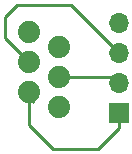
<source format=gbr>
%TF.GenerationSoftware,KiCad,Pcbnew,7.0.10-7.0.10~ubuntu22.04.1*%
%TF.CreationDate,2024-01-31T09:18:21+05:30*%
%TF.ProjectId,bir-bme280-rj11,6269722d-626d-4653-9238-302d726a3131,rev?*%
%TF.SameCoordinates,Original*%
%TF.FileFunction,Copper,L1,Top*%
%TF.FilePolarity,Positive*%
%FSLAX46Y46*%
G04 Gerber Fmt 4.6, Leading zero omitted, Abs format (unit mm)*
G04 Created by KiCad (PCBNEW 7.0.10-7.0.10~ubuntu22.04.1) date 2024-01-31 09:18:21*
%MOMM*%
%LPD*%
G01*
G04 APERTURE LIST*
%TA.AperFunction,ComponentPad*%
%ADD10C,1.879600*%
%TD*%
%TA.AperFunction,ComponentPad*%
%ADD11R,1.700000X1.700000*%
%TD*%
%TA.AperFunction,ComponentPad*%
%ADD12O,1.700000X1.700000*%
%TD*%
%TA.AperFunction,Conductor*%
%ADD13C,0.250000*%
%TD*%
G04 APERTURE END LIST*
D10*
%TO.P,J2,1*%
%TO.N,unconnected-(J2-Pad1)*%
X68072000Y-47498000D03*
%TO.P,J2,2*%
%TO.N,Net-(J1-Pin_1)*%
X65532000Y-46228000D03*
%TO.P,J2,3*%
%TO.N,Net-(J1-Pin_2)*%
X68072000Y-44958000D03*
%TO.P,J2,4*%
%TO.N,Net-(J1-Pin_3)*%
X65532000Y-43688000D03*
%TO.P,J2,5*%
%TO.N,Net-(J1-Pin_4)*%
X68072000Y-42418000D03*
%TO.P,J2,6*%
%TO.N,unconnected-(J2-Pad6)*%
X65532000Y-41148000D03*
%TD*%
D11*
%TO.P,J1,1,Pin_1*%
%TO.N,Net-(J1-Pin_1)*%
X73152000Y-48006000D03*
D12*
%TO.P,J1,2,Pin_2*%
%TO.N,Net-(J1-Pin_2)*%
X73152000Y-45466000D03*
%TO.P,J1,3,Pin_3*%
%TO.N,Net-(J1-Pin_3)*%
X73152000Y-42926000D03*
%TO.P,J1,4,Pin_4*%
%TO.N,Net-(J1-Pin_4)*%
X73152000Y-40386000D03*
%TD*%
D13*
%TO.N,Net-(J1-Pin_1)*%
X73152000Y-49276000D02*
X73152000Y-48006000D01*
X65868000Y-46456600D02*
X65868000Y-47072000D01*
X65532000Y-46228000D02*
X65532000Y-49022000D01*
X71374000Y-51054000D02*
X73152000Y-49276000D01*
X67564000Y-51054000D02*
X71374000Y-51054000D01*
X65532000Y-49022000D02*
X67564000Y-51054000D01*
%TO.N,Net-(J1-Pin_2)*%
X72644000Y-44958000D02*
X73152000Y-45466000D01*
X68072000Y-44958000D02*
X72644000Y-44958000D01*
%TO.N,Net-(J1-Pin_3)*%
X63500000Y-41656000D02*
X63500000Y-39878000D01*
X65532000Y-43688000D02*
X63500000Y-41656000D01*
X63500000Y-39878000D02*
X64516000Y-38862000D01*
X69088000Y-38862000D02*
X73152000Y-42926000D01*
X64516000Y-38862000D02*
X69088000Y-38862000D01*
%TD*%
M02*

</source>
